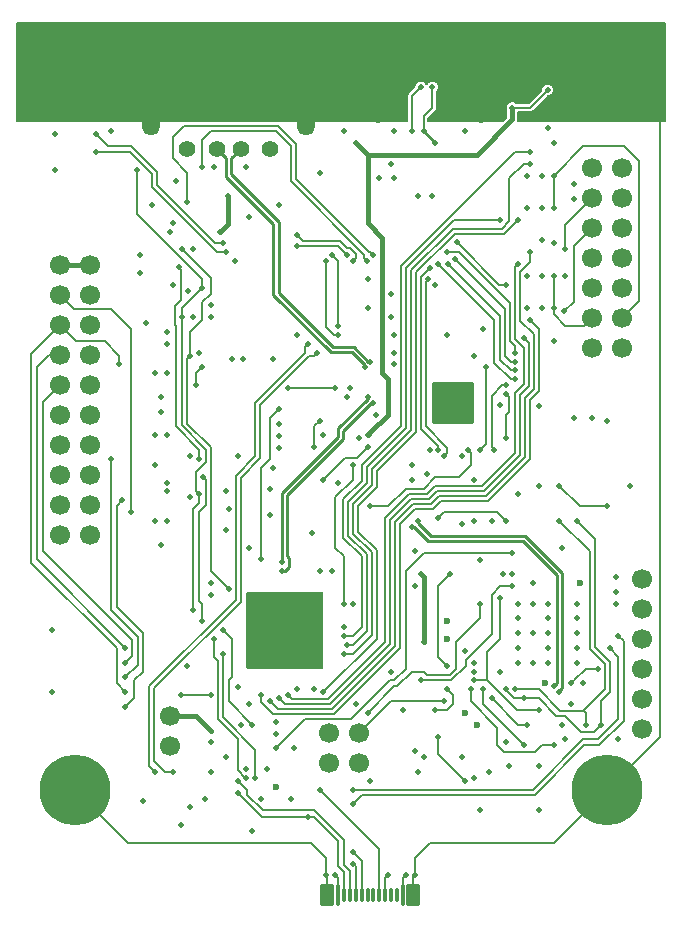
<source format=gbl>
%FSLAX46Y46*%
%MOMM*%
%ADD12C,0.200000*%
%ADD13C,0.232500*%
%ADD14C,0.400000*%
%AMPS22*
1,1,1.400000,0.000000,0.000000*
%
%ADD22PS22*%
%AMPS16*
1,1,1.700000,0.000000,0.000000*
%
%ADD16PS16*%
%AMPS31*
1,1,1.700000,0.000000,0.000000*
%
%ADD31PS31*%
%AMPS17*
1,1,1.700000,0.000000,0.000000*
%
%ADD17PS17*%
%AMPS30*
1,1,1.700000,0.000000,0.000000*
%
%ADD30PS30*%
%AMPS24*
1,1,1.400000,0.000000,0.000000*
%
%ADD24PS24*%
%AMPS20*
1,1,1.700000,0.000000,0.000000*
%
%ADD20PS20*%
%AMPS23*
1,1,1.400000,0.000000,0.000000*
%
%ADD23PS23*%
%AMPS19*
1,1,1.700000,0.000000,0.000000*
%
%ADD19PS19*%
%AMPS32*
1,1,1.700000,0.000000,0.000000*
%
%ADD32PS32*%
%AMPS18*
1,1,1.700000,0.000000,0.000000*
%
%ADD18PS18*%
%AMPS29*
1,1,1.700000,0.000000,0.000000*
%
%ADD29PS29*%
%AMPS15*
1,1,1.700000,0.000000,0.000000*
%
%ADD15PS15*%
%AMPS42*
1,1,0.600000,0.000000,0.000000*
%
%ADD42PS42*%
%AMPS49*
1,1,0.600000,0.000000,0.000000*
%
%ADD49PS49*%
%AMPS44*
1,1,0.600000,0.000000,0.000000*
%
%ADD44PS44*%
%AMPS46*
1,1,0.600000,0.000000,0.000000*
%
%ADD46PS46*%
%AMPS47*
1,1,0.600000,0.000000,0.000000*
%
%ADD47PS47*%
%AMPS48*
1,1,0.600000,0.000000,0.000000*
%
%ADD48PS48*%
%AMPS50*
1,1,0.600000,0.000000,0.000000*
%
%ADD50PS50*%
%AMPS43*
1,1,0.600000,0.000000,0.000000*
%
%ADD43PS43*%
%AMPS40*
1,1,0.600000,0.000000,0.000000*
%
%ADD40PS40*%
%AMPS45*
1,1,0.600000,0.000000,0.000000*
%
%ADD45PS45*%
%AMPS51*
1,1,0.600000,0.000000,0.000000*
%
%ADD51PS51*%
%AMPS33*
21,1,1.500000,1.100000,0.000000,0.000000,270.000000*
1,1,1.100000,0.000000,-0.750000*
1,1,1.100000,0.000000,0.750000*
%
%ADD33PS33*%
%AMPS34*
21,1,1.500000,1.100000,0.000000,0.000000,270.000000*
1,1,1.100000,0.000000,-0.750000*
1,1,1.100000,0.000000,0.750000*
%
%ADD34PS34*%
%AMPS36*
21,1,1.000000,1.100000,0.000000,0.000000,270.000000*
1,1,1.100000,0.000000,-0.500000*
1,1,1.100000,0.000000,0.500000*
%
%ADD36PS36*%
%AMPS35*
21,1,1.000000,1.100000,0.000000,0.000000,270.000000*
1,1,1.100000,0.000000,-0.500000*
1,1,1.100000,0.000000,0.500000*
%
%ADD35PS35*%
%AMPS21*
21,1,1.640000,1.500000,0.000000,0.000000,270.000000*
1,1,1.500000,0.000000,-0.820000*
1,1,1.500000,0.000000,0.820000*
%
%ADD21PS21*%
%AMPS25*
21,1,1.640000,1.500000,0.000000,0.000000,270.000000*
1,1,1.500000,0.000000,-0.820000*
1,1,1.500000,0.000000,0.820000*
%
%ADD25PS25*%
%AMPS39*
1,1,0.500000,0.000000,0.000000*
%
%ADD39PS39*%
%AMPS38*
1,1,0.500000,0.000000,0.000000*
%
%ADD38PS38*%
%AMPS37*
1,1,0.500000,0.000000,0.000000*
%
%ADD37PS37*%
%AMPS41*
1,1,0.500000,0.000000,0.000000*
%
%ADD41PS41*%
%AMPS26*
1,1,0.200000,0.050000,-0.525000*
1,1,0.200000,-0.050000,0.525000*
1,1,0.200000,0.050000,0.525000*
21,1,0.300000,1.050000,0.000000,0.000000,0.000000*
21,1,0.100000,1.250000,0.000000,0.000000,0.000000*
1,1,0.200000,-0.050000,-0.525000*
%
%ADD26PS26*%
%AMPS28*
1,1,0.200000,0.490000,-0.825000*
1,1,0.200000,-0.490000,0.825000*
1,1,0.200000,0.490000,0.825000*
21,1,1.180000,1.650000,0.000000,0.000000,0.000000*
21,1,0.980000,1.850000,0.000000,0.000000,0.000000*
1,1,0.200000,-0.490000,-0.825000*
%
%ADD28PS28*%
%AMPS27*
1,1,0.200000,0.050000,-0.825000*
1,1,0.200000,-0.050000,0.825000*
1,1,0.200000,0.050000,0.825000*
21,1,0.300000,1.650000,0.000000,0.000000,0.000000*
21,1,0.100000,1.850000,0.000000,0.000000,0.000000*
1,1,0.200000,-0.050000,-0.825000*
%
%ADD27PS27*%
%AMPS10*
1,1,6.000000,0.000000,0.000000*
%
%ADD10PS10*%
%AMPS11*
1,1,6.000000,0.000000,0.000000*
%
%ADD11PS11*%
G01*
%LPD*%
G36*
X-4100000Y20250000D02*
X-4060996Y20257920D01*
X-4028171Y20280425D01*
X-4006723Y20313952D01*
X-4000000Y20350000D01*
X-4000000Y26650000D01*
X-4007920Y26689004D01*
X-4030425Y26721829D01*
X-4063952Y26743277D01*
X-4100000Y26750000D01*
X-10400000Y26750000D01*
X-10439004Y26742080D01*
X-10471829Y26719575D01*
X-10493277Y26686048D01*
X-10500000Y26650000D01*
X-10500000Y20350000D01*
X-10492080Y20310996D01*
X-10469575Y20278171D01*
X-10436048Y20256723D01*
X-10400000Y20250000D01*
X-4100000Y20250000D01*
D02*
G37*
%LPD*%
G36*
X8650000Y41000000D02*
X8689004Y41007920D01*
X8721829Y41030425D01*
X8743277Y41063952D01*
X8750000Y41100000D01*
X8750000Y44400000D01*
X8742080Y44439004D01*
X8719575Y44471829D01*
X8686048Y44493277D01*
X8650000Y44500000D01*
X5350000Y44500000D01*
X5310996Y44492080D01*
X5278171Y44469575D01*
X5256723Y44436048D01*
X5250000Y44400000D01*
X5250000Y41100000D01*
X5257920Y41060996D01*
X5280425Y41028171D01*
X5313952Y41006723D01*
X5350000Y41000000D01*
X8650000Y41000000D01*
D02*
G37*
%LPD*%
G36*
X3095000Y66500000D02*
X3134004Y66507920D01*
X3166829Y66530425D01*
X3188277Y66563952D01*
X3195000Y66600000D01*
X3195000Y68747537D01*
X3196228Y68772534D01*
X3197426Y68784708D01*
X3207177Y68833730D01*
X3210014Y68843080D01*
X3229133Y68889236D01*
X3233737Y68897850D01*
X3261510Y68939414D01*
X3267826Y68947110D01*
X3285562Y68964980D01*
X3289233Y68970567D01*
X3766242Y69447576D01*
X3788221Y69480756D01*
X3795410Y69513379D01*
X3796330Y69532099D01*
X3798783Y69557011D01*
X3801663Y69576426D01*
X3806546Y69600977D01*
X3811310Y69619994D01*
X3818577Y69643948D01*
X3825192Y69662435D01*
X3834758Y69685527D01*
X3843153Y69703279D01*
X3854948Y69725347D01*
X3865036Y69742178D01*
X3878932Y69762974D01*
X3890629Y69778746D01*
X3906506Y69798090D01*
X3919676Y69812621D01*
X3937379Y69830324D01*
X3951910Y69843494D01*
X3971254Y69859371D01*
X3987026Y69871068D01*
X4007822Y69884964D01*
X4024653Y69895052D01*
X4046721Y69906847D01*
X4064473Y69915242D01*
X4087565Y69924808D01*
X4106052Y69931423D01*
X4130006Y69938690D01*
X4149023Y69943454D01*
X4173574Y69948337D01*
X4192989Y69951217D01*
X4217881Y69953668D01*
X4237498Y69954632D01*
X4262502Y69954632D01*
X4282119Y69953668D01*
X4307011Y69951217D01*
X4326426Y69948337D01*
X4350977Y69943454D01*
X4369994Y69938690D01*
X4393948Y69931423D01*
X4412435Y69924808D01*
X4435527Y69915242D01*
X4453279Y69906847D01*
X4475347Y69895052D01*
X4492178Y69884964D01*
X4512974Y69871068D01*
X4528746Y69859371D01*
X4548090Y69843494D01*
X4562621Y69830324D01*
X4580324Y69812621D01*
X4593494Y69798090D01*
X4609371Y69778746D01*
X4621068Y69762974D01*
X4634964Y69742178D01*
X4645052Y69725347D01*
X4656847Y69703279D01*
X4659600Y69697458D01*
X4683434Y69665585D01*
X4717813Y69645533D01*
X4757290Y69640477D01*
X4795612Y69651219D01*
X4826710Y69676058D01*
X4840400Y69697458D01*
X4843153Y69703279D01*
X4854948Y69725347D01*
X4865036Y69742178D01*
X4878932Y69762974D01*
X4890629Y69778746D01*
X4906506Y69798090D01*
X4919676Y69812621D01*
X4937379Y69830324D01*
X4951910Y69843494D01*
X4971254Y69859371D01*
X4987026Y69871068D01*
X5007822Y69884964D01*
X5024653Y69895052D01*
X5046721Y69906847D01*
X5064473Y69915242D01*
X5087565Y69924808D01*
X5106052Y69931423D01*
X5130006Y69938690D01*
X5149023Y69943454D01*
X5173574Y69948337D01*
X5192989Y69951217D01*
X5217881Y69953668D01*
X5237498Y69954632D01*
X5262502Y69954632D01*
X5282119Y69953668D01*
X5307011Y69951217D01*
X5326426Y69948337D01*
X5350977Y69943454D01*
X5369994Y69938690D01*
X5393948Y69931423D01*
X5412435Y69924808D01*
X5435527Y69915242D01*
X5453279Y69906847D01*
X5475347Y69895052D01*
X5492178Y69884964D01*
X5512974Y69871068D01*
X5528746Y69859371D01*
X5548090Y69843494D01*
X5562621Y69830324D01*
X5580324Y69812621D01*
X5593494Y69798090D01*
X5609371Y69778746D01*
X5621068Y69762974D01*
X5634964Y69742178D01*
X5645052Y69725347D01*
X5656847Y69703279D01*
X5665242Y69685527D01*
X5674808Y69662435D01*
X5681423Y69643948D01*
X5688690Y69619994D01*
X5693454Y69600977D01*
X5698337Y69576426D01*
X5701217Y69557011D01*
X5703668Y69532119D01*
X5704632Y69512502D01*
X5704632Y69487498D01*
X5703668Y69467881D01*
X5701217Y69442989D01*
X5698337Y69423574D01*
X5693454Y69399023D01*
X5688690Y69380006D01*
X5681423Y69356052D01*
X5674808Y69337565D01*
X5665242Y69314473D01*
X5656847Y69296721D01*
X5645052Y69274653D01*
X5634964Y69257822D01*
X5621068Y69237026D01*
X5609371Y69221254D01*
X5593494Y69201910D01*
X5580906Y69188021D01*
X5560580Y69153802D01*
X5555000Y69120864D01*
X5555000Y67752464D01*
X5553771Y67727443D01*
X5552573Y67715282D01*
X5542823Y67666274D01*
X5539985Y67656919D01*
X5520866Y67610763D01*
X5516262Y67602149D01*
X5488489Y67560585D01*
X5482173Y67552889D01*
X5464437Y67535019D01*
X5460766Y67529432D01*
X4834289Y66902955D01*
X4812310Y66869775D01*
X4805000Y66832244D01*
X4805000Y66600000D01*
X4812920Y66560996D01*
X4835425Y66528171D01*
X4868952Y66506723D01*
X4905000Y66500000D01*
X11135822Y66500000D01*
X11174826Y66507920D01*
X11206533Y66529289D01*
X11565711Y66888467D01*
X11587690Y66921647D01*
X11595000Y66959178D01*
X11595000Y67520361D01*
X11585614Y67562170D01*
X11585697Y67562205D01*
X11585498Y67562685D01*
X11585403Y67563109D01*
X11584754Y67564481D01*
X11575192Y67587565D01*
X11568577Y67606052D01*
X11561310Y67630006D01*
X11556546Y67649023D01*
X11551663Y67673574D01*
X11548783Y67692989D01*
X11546332Y67717881D01*
X11545368Y67737498D01*
X11545368Y67762502D01*
X11546332Y67782119D01*
X11548783Y67807011D01*
X11551663Y67826426D01*
X11556546Y67850977D01*
X11561310Y67869994D01*
X11568577Y67893948D01*
X11575192Y67912435D01*
X11584758Y67935527D01*
X11593153Y67953279D01*
X11604948Y67975347D01*
X11615036Y67992178D01*
X11628932Y68012974D01*
X11640629Y68028746D01*
X11656506Y68048090D01*
X11669676Y68062621D01*
X11687379Y68080324D01*
X11701910Y68093494D01*
X11721254Y68109371D01*
X11737026Y68121068D01*
X11757822Y68134964D01*
X11774653Y68145052D01*
X11796721Y68156847D01*
X11814473Y68165242D01*
X11837565Y68174808D01*
X11856052Y68181423D01*
X11880006Y68188690D01*
X11899023Y68193454D01*
X11923574Y68198337D01*
X11942989Y68201217D01*
X11967881Y68203668D01*
X11987498Y68204632D01*
X12012502Y68204632D01*
X12032119Y68203668D01*
X12057011Y68201217D01*
X12076426Y68198337D01*
X12100977Y68193454D01*
X12119994Y68188690D01*
X12143948Y68181423D01*
X12162435Y68174808D01*
X12185527Y68165242D01*
X12203279Y68156847D01*
X12225347Y68145052D01*
X12242178Y68134964D01*
X12262974Y68121068D01*
X12278746Y68109371D01*
X12298090Y68093494D01*
X12311979Y68080906D01*
X12346198Y68060580D01*
X12379136Y68055000D01*
X13332244Y68055000D01*
X13371248Y68062920D01*
X13402955Y68084289D01*
X14516242Y69197576D01*
X14538221Y69230756D01*
X14545410Y69263379D01*
X14546330Y69282099D01*
X14548783Y69307011D01*
X14551663Y69326426D01*
X14556546Y69350977D01*
X14561310Y69369994D01*
X14568577Y69393948D01*
X14575192Y69412435D01*
X14584758Y69435527D01*
X14593153Y69453279D01*
X14604948Y69475347D01*
X14615036Y69492178D01*
X14628932Y69512974D01*
X14640629Y69528746D01*
X14656506Y69548090D01*
X14669676Y69562621D01*
X14687379Y69580324D01*
X14701910Y69593494D01*
X14721254Y69609371D01*
X14737026Y69621068D01*
X14757822Y69634964D01*
X14774653Y69645052D01*
X14796721Y69656847D01*
X14814473Y69665242D01*
X14837565Y69674808D01*
X14856052Y69681423D01*
X14880006Y69688690D01*
X14899023Y69693454D01*
X14923574Y69698337D01*
X14942989Y69701217D01*
X14967881Y69703668D01*
X14987498Y69704632D01*
X15012502Y69704632D01*
X15032119Y69703668D01*
X15057011Y69701217D01*
X15076426Y69698337D01*
X15100977Y69693454D01*
X15119994Y69688690D01*
X15143948Y69681423D01*
X15162435Y69674808D01*
X15185527Y69665242D01*
X15203279Y69656847D01*
X15225347Y69645052D01*
X15242178Y69634964D01*
X15262974Y69621068D01*
X15278746Y69609371D01*
X15298090Y69593494D01*
X15312621Y69580324D01*
X15330324Y69562621D01*
X15343494Y69548090D01*
X15359371Y69528746D01*
X15371068Y69512974D01*
X15384964Y69492178D01*
X15395052Y69475347D01*
X15406847Y69453279D01*
X15415242Y69435527D01*
X15424808Y69412435D01*
X15431423Y69393948D01*
X15438690Y69369994D01*
X15443454Y69350977D01*
X15448337Y69326426D01*
X15451217Y69307011D01*
X15453668Y69282119D01*
X15454632Y69262502D01*
X15454632Y69237498D01*
X15453668Y69217881D01*
X15451217Y69192989D01*
X15448337Y69173574D01*
X15443454Y69149023D01*
X15438690Y69130006D01*
X15431423Y69106052D01*
X15424808Y69087565D01*
X15415242Y69064473D01*
X15406847Y69046721D01*
X15395052Y69024653D01*
X15384964Y69007822D01*
X15371068Y68987026D01*
X15359371Y68971254D01*
X15343494Y68951910D01*
X15330324Y68937379D01*
X15312621Y68919676D01*
X15298090Y68906506D01*
X15278746Y68890629D01*
X15262974Y68878932D01*
X15242178Y68865036D01*
X15225347Y68854948D01*
X15203279Y68843153D01*
X15185527Y68834758D01*
X15162435Y68825192D01*
X15143948Y68818577D01*
X15119994Y68811310D01*
X15100977Y68806546D01*
X15076426Y68801663D01*
X15057011Y68798783D01*
X15032099Y68796330D01*
X15013379Y68795410D01*
X14974811Y68785586D01*
X14947576Y68766242D01*
X13721022Y67539688D01*
X13714980Y67535562D01*
X13697110Y67517826D01*
X13689414Y67511510D01*
X13647850Y67483737D01*
X13639236Y67479133D01*
X13593080Y67460014D01*
X13583730Y67457177D01*
X13534708Y67447426D01*
X13522534Y67446228D01*
X13497537Y67445000D01*
X12505000Y67445000D01*
X12465996Y67437080D01*
X12433171Y67414575D01*
X12411723Y67381048D01*
X12405000Y67345000D01*
X12405000Y66752446D01*
X12403772Y66727465D01*
X12400652Y66695786D01*
X12390901Y66646762D01*
X12385522Y66629032D01*
X12381777Y66589409D01*
X12393784Y66551463D01*
X12419639Y66521206D01*
X12455249Y66503430D01*
X12481215Y66500000D01*
X24890000Y66500000D01*
X24929004Y66507920D01*
X24961829Y66530425D01*
X24983277Y66563952D01*
X24990000Y66600000D01*
X24990000Y74890000D01*
X24982080Y74929004D01*
X24959575Y74961829D01*
X24926048Y74983277D01*
X24890000Y74990000D01*
X-29890000Y74990000D01*
X-29929004Y74982080D01*
X-29961829Y74959575D01*
X-29983277Y74926048D01*
X-29990000Y74890000D01*
X-29990000Y66600000D01*
X-29982080Y66560996D01*
X-29959575Y66528171D01*
X-29926048Y66506723D01*
X-29890000Y66500000D01*
X3095000Y66500000D01*
D02*
G37*
G01*
%LPD*%
D12*
X-18250000Y11500000D02*
X-18750000Y12000000D01*
D12*
X-11424999Y26075001D02*
X-11424999Y36575001D01*
D12*
X-8500000Y17500000D02*
X-7824979Y16824979D01*
D12*
X-25094990Y50714990D02*
X-21964990Y50714990D01*
D12*
X6512653Y38487345D02*
X6262654Y38237346D01*
D12*
X3850031Y40296869D02*
X3850031Y53796869D01*
D12*
X-19750000Y58750000D02*
X-14250000Y53250000D01*
D12*
X-14500000Y26000000D02*
X-14500000Y33500000D01*
D13*
X-247488Y43247488D02*
X-247488Y43058336D01*
D12*
X-27220000Y46810000D02*
X-26270000Y46810000D01*
D12*
X-18074990Y62277046D02*
X-20297944Y64500000D01*
D12*
X-15250000Y46750000D02*
X-15500000Y46500000D01*
D12*
X9891850Y19250000D02*
X9891850Y21391850D01*
D12*
X-6250000Y57000000D02*
X-5675010Y56425010D01*
D12*
X-2174999Y38075001D02*
X-1174999Y38075001D01*
D12*
X-15987346Y40838400D02*
X-13924999Y38776053D01*
D12*
X-9250000Y37250000D02*
X-8500000Y38000000D01*
D12*
X-15000000Y33750000D02*
X-14500000Y34250000D01*
D12*
X-2249996Y2999996D02*
X-2249996Y1125000D01*
D12*
X-14250000Y51250000D02*
X-13500000Y52000000D01*
D12*
X5750000Y54500000D02*
X10500000Y49750000D01*
D12*
X13000000Y63000000D02*
X13500000Y63000000D01*
D12*
X9777087Y34824979D02*
X13100020Y38147912D01*
D12*
X-16750000Y65250000D02*
X-16750000Y63500000D01*
D12*
X-324992Y37323954D02*
X-324992Y35972900D01*
D12*
X21425010Y15823956D02*
X19351054Y13750000D01*
D12*
X4500000Y65750000D02*
X4500000Y67000000D01*
D12*
X-3750000Y2750000D02*
X-3750000Y4250000D01*
D12*
X-13500000Y52000000D02*
X-13500000Y53313174D01*
D12*
X-18324990Y18573956D02*
X-10999989Y25898957D01*
D12*
X2250000Y18750000D02*
X3500000Y20000000D01*
D12*
X10750000Y13750000D02*
X10750000Y15250000D01*
D14*
X-12100000Y60250000D02*
X-12100000Y57900000D01*
D12*
X21500000Y64500000D02*
X18000000Y64500000D01*
D12*
X4500000Y30000000D02*
X3000000Y28500000D01*
D14*
X1500000Y41750000D02*
X1500000Y44750000D01*
D12*
X13525030Y37971868D02*
X9953131Y34399969D01*
D12*
X-15250000Y46750000D02*
X-15250000Y48750000D01*
D12*
X2525030Y21971868D02*
X-3046869Y16399969D01*
D12*
X18924999Y14924999D02*
X17825001Y14924999D01*
D12*
X8101002Y21000000D02*
X10250000Y23148998D01*
D12*
X8101002Y20499948D02*
X8101002Y21000000D01*
D12*
X11146447Y44250000D02*
X10250001Y43353554D01*
D12*
X-14750000Y45250000D02*
X-14250000Y45750000D01*
D12*
X-16500000Y49250000D02*
X-16562347Y49312347D01*
D12*
X-8500000Y41500000D02*
X-7750000Y42250000D01*
D12*
X18075001Y16750000D02*
X18075001Y16674999D01*
D12*
X5277098Y33723936D02*
X3777098Y33723936D01*
D12*
X3425021Y40500000D02*
X3425021Y53972913D01*
D12*
X-4750000Y40750000D02*
X-4250000Y41250000D01*
D12*
X11749999Y43250001D02*
X11500000Y43500000D01*
D12*
X9953131Y34399969D02*
X5953131Y34399969D01*
D13*
X-3339575Y47033750D02*
X-8216250Y51910425D01*
D12*
X5953131Y34399969D02*
X5277098Y33723936D01*
D12*
X-26270000Y49350000D02*
X-28700009Y46919991D01*
D12*
X3000000Y28500000D02*
X3000000Y20250000D01*
D12*
X10500000Y46146447D02*
X11896447Y44750000D01*
D14*
X9000000Y63750000D02*
X-250000Y63750000D01*
D12*
X-15500000Y46500000D02*
X-15500000Y41000000D01*
D12*
X3000011Y40648957D02*
X-324992Y37323954D01*
D12*
X-21964990Y50714990D02*
X-20250000Y49000000D01*
D12*
X-4800527Y46699473D02*
X-4500000Y47000000D01*
D12*
X-3237346Y55262654D02*
X-2750000Y54775308D01*
D12*
X-13925001Y36250001D02*
X-14175000Y36500000D01*
D13*
X15783750Y28160426D02*
X15783750Y19033750D01*
D12*
X11399969Y50665594D02*
X7140563Y54925000D01*
D12*
X19500000Y17500000D02*
X19500000Y15500000D01*
D12*
X12675010Y43425010D02*
X12675010Y38323957D01*
D12*
X22750000Y63250000D02*
X21500000Y64500000D01*
D12*
X2000000Y19250000D02*
X3000000Y20250000D01*
D12*
X-14500000Y38750000D02*
X-16500000Y40750000D01*
D12*
X-1249996Y1125000D02*
X-1249996Y3499996D01*
D12*
X14500000Y13750000D02*
X13924999Y13174999D01*
D12*
X7250000Y20250000D02*
X7250000Y22500000D01*
D12*
X-3222913Y16824979D02*
X2100020Y22147912D01*
D12*
X18230000Y20230000D02*
X19230000Y20230000D01*
D13*
X247488Y42752512D02*
X58336Y42752512D01*
D13*
X-12216250Y61910426D02*
X-12216250Y63466250D01*
D12*
X3601054Y34148946D02*
X5101054Y34148946D01*
D12*
X6750000Y19750000D02*
X7250000Y20250000D01*
D12*
X-2750000Y3500000D02*
X-2249996Y2999996D01*
D12*
X1675010Y32823956D02*
X1675010Y22323956D01*
D12*
X-1474970Y34221868D02*
X100018Y35796856D01*
D13*
X-7466250Y29375000D02*
X-7500000Y29341250D01*
D14*
X4500000Y22500000D02*
X4500000Y28000000D01*
D12*
X18000000Y64500000D02*
X15500000Y62000000D01*
D12*
X7101054Y58250000D02*
X3000011Y54148957D01*
D13*
X58336Y42752512D02*
X-2283750Y40410426D01*
D12*
X18730000Y57540000D02*
X17250000Y56060000D01*
D13*
X3691664Y32252512D02*
X4910426Y31033750D01*
D12*
X-8000000Y13500000D02*
X-5525041Y15974959D01*
D12*
X-2000000Y55250000D02*
X-2750000Y56000000D01*
D12*
X9891850Y21641850D02*
X11000000Y22750000D01*
D12*
X-20000000Y19250000D02*
X-20000000Y17750000D01*
D12*
X12148998Y17750000D02*
X11485704Y18413294D01*
D13*
X-7250000Y28500000D02*
X-7500000Y28500000D01*
D12*
X-16562347Y49312347D02*
X-16562347Y50937653D01*
D12*
X7500000Y36500000D02*
X8512653Y37512653D01*
D12*
X2100020Y22147912D02*
X2100020Y32647912D01*
D12*
X8500000Y17500000D02*
X8500000Y18500000D01*
D12*
X16000000Y32750000D02*
X18574990Y30175010D01*
D12*
X13500000Y64000000D02*
X12250000Y64000000D01*
D12*
X-16562347Y50937653D02*
X-16000001Y51499999D01*
D12*
X13750000Y10000000D02*
X18000000Y14250000D01*
D12*
X-2750000Y54775308D02*
X-2750000Y49250000D01*
D12*
X12500000Y54500000D02*
X12249989Y54249989D01*
D14*
X-250000Y63750000D02*
X-1250000Y64750000D01*
D12*
X5601043Y35249989D02*
X4926044Y34574990D01*
D12*
X-512653Y55262653D02*
X-6750000Y61500000D01*
D12*
X-13924999Y34075001D02*
X-13924999Y36249999D01*
D12*
X12249989Y48149009D02*
X12974970Y47424028D01*
D12*
X-3046869Y16399969D02*
X-8250971Y16399969D01*
D12*
X1500004Y2749996D02*
X1500000Y2750000D01*
D12*
X6500000Y20500000D02*
X5750000Y21250000D01*
D12*
X-10999989Y36398957D02*
X-9324990Y38073956D01*
D12*
X11500000Y52750000D02*
X10914176Y52750000D01*
D12*
X-18074990Y61176044D02*
X-18074990Y62277046D01*
D12*
X3250000Y35000000D02*
X1250000Y33000000D01*
D12*
X6250056Y33500000D02*
X5750000Y32999944D01*
D12*
X-324992Y29926046D02*
X-324992Y23425008D01*
D12*
X-2750000Y5648946D02*
X-2750000Y3500000D01*
D12*
X5000000Y5500000D02*
X15500000Y5500000D01*
D12*
X-262654Y54737346D02*
X-512653Y54987345D01*
D12*
X19351054Y13750000D02*
X18101054Y13750000D01*
D12*
X-2749996Y1125000D02*
X-2749996Y2499996D01*
D12*
X12674999Y49723999D02*
X12674999Y53823997D01*
D12*
X-3750000Y4250000D02*
X-5000000Y5500000D01*
D12*
X-12000000Y19250000D02*
X-11750000Y19500000D01*
D12*
X1Y55499999D02*
X-148945Y55499999D01*
D12*
X-1899980Y31501034D02*
X-324992Y29926046D01*
D12*
X9891850Y19250000D02*
X8750000Y19250000D01*
D12*
X525028Y30278134D02*
X-1049960Y31853122D01*
D12*
X-5250000Y7675000D02*
X-9175000Y7675000D01*
D12*
X14250000Y43750000D02*
X13525030Y43025030D01*
D12*
X-6250000Y56000000D02*
X-2750000Y56000000D01*
D12*
X-13500000Y65750000D02*
X-14250000Y65000000D01*
D12*
X12250000Y43601054D02*
X12250000Y38500000D01*
D12*
X-1723999Y55825001D02*
X-1237347Y55338349D01*
D14*
X1000000Y56750000D02*
X-250000Y58000000D01*
D12*
X1250004Y2500004D02*
X1500000Y2750000D01*
D12*
X19825001Y18500000D02*
X18075001Y16750000D01*
D12*
X-23250000Y64000000D02*
X-20398998Y64000000D01*
D12*
X4750000Y19750000D02*
X6750000Y19750000D01*
D12*
X-21250000Y46750000D02*
X-21250000Y46000000D01*
D13*
X5089574Y31466250D02*
X3997488Y32558336D01*
D12*
X-15987346Y50762654D02*
X-15987346Y50012654D01*
D12*
X5750000Y38750000D02*
X5750000Y39103553D01*
D12*
X22750000Y51400000D02*
X22750000Y63250000D01*
D13*
X-2716250Y39839574D02*
X-7466250Y35089574D01*
D12*
X-22000000Y25250000D02*
X-22000000Y29500000D01*
D12*
X14250000Y17750000D02*
X13000000Y17750000D01*
D12*
X-9750000Y11000000D02*
X-9750000Y13398998D01*
D12*
X5500000Y36500000D02*
X7500000Y36500000D01*
D12*
X7000000Y18000000D02*
X6500000Y18500000D01*
D13*
X-8216250Y57910426D02*
X-12216250Y61910426D01*
D12*
X6250000Y17500000D02*
X1750000Y17500000D01*
D13*
X-2283750Y40410426D02*
X-2283750Y39660426D01*
D12*
X-19699989Y22949989D02*
X-22000000Y25250000D01*
D12*
X3000000Y35500000D02*
X4500000Y35500000D01*
D12*
X3640004Y2640004D02*
X3750000Y2750000D01*
D12*
X9424999Y35674999D02*
X5424999Y35674999D01*
D12*
X18250000Y15500000D02*
X18250000Y16500000D01*
D12*
X12249989Y54249989D02*
X12249989Y48149009D01*
D12*
X-28700009Y29200009D02*
X-21500000Y22000000D01*
D12*
X-14500000Y38000000D02*
X-14500000Y38750000D01*
D12*
X14250000Y16750000D02*
X12391850Y16750000D01*
D12*
X-12000000Y17500000D02*
X-12000000Y19250000D01*
D12*
X2100020Y32647912D02*
X3601054Y34148946D01*
D12*
X-21500000Y34000000D02*
X-21500000Y25500000D01*
D12*
X-15987346Y50762654D02*
X-14250000Y52500000D01*
D12*
X-7823956Y66175010D02*
X-15824990Y66175010D01*
D12*
X-10999989Y25898957D02*
X-10999989Y36398957D01*
D12*
X-17398998Y11500000D02*
X-18324990Y12425992D01*
D12*
X16075001Y16674999D02*
X18075001Y16674999D01*
D12*
X12500000Y15500000D02*
X10250000Y17750000D01*
D12*
X19825001Y20674999D02*
X19825001Y18500000D01*
D13*
X-7033750Y29750000D02*
X-6875000Y29591250D01*
D13*
X3502512Y32252512D02*
X3691664Y32252512D01*
D12*
X1648998Y19250000D02*
X2000000Y19250000D01*
D12*
X1250000Y22500000D02*
X-3575001Y17674999D01*
D12*
X-1049960Y34045824D02*
X525028Y35620812D01*
D12*
X4250000Y19250000D02*
X6851054Y19250000D01*
D12*
X-12249999Y27249999D02*
X-12000000Y27000000D01*
D12*
X-20149999Y22649999D02*
X-27750000Y30250000D01*
D12*
X17250000Y56060000D02*
X17250000Y51314704D01*
D14*
X0Y40250000D02*
X-250000Y40000000D01*
D12*
X-1500000Y10000000D02*
X13750000Y10000000D01*
D12*
X-18500000Y61000000D02*
X-13000000Y55500000D01*
D12*
X-4250000Y10000000D02*
X750004Y4999996D01*
D12*
X525028Y35620812D02*
X525028Y36971866D01*
D12*
X3425019Y40499998D02*
X3425021Y40500000D01*
D12*
X-3398957Y17249989D02*
X-7249989Y17249989D01*
D12*
X-21500000Y22000000D02*
X-21500000Y19000000D01*
D12*
X10914176Y52750000D02*
X7332088Y56332088D01*
D12*
X-1626043Y15974959D02*
X1648998Y19250000D01*
D13*
X-6875000Y28875000D02*
X-7250000Y28500000D01*
D12*
X525028Y22775028D02*
X525028Y30278134D01*
D12*
X-1899980Y34397912D02*
X-1899980Y31501034D01*
D12*
X-3000000Y30500000D02*
X-2250000Y29750000D01*
D12*
X3750000Y4250000D02*
X5000000Y5500000D01*
D12*
X6531587Y54531587D02*
X10974959Y50088215D01*
D12*
X-2250000Y29750000D02*
X-2250000Y25750000D01*
D12*
X-22250000Y64500000D02*
X-23250000Y65500000D01*
D12*
X-16000001Y54000001D02*
X-16250000Y54250000D01*
D12*
X-14250000Y24250000D02*
X-14250000Y25750000D01*
D12*
X10750000Y33500000D02*
X6250056Y33500000D01*
D12*
X-749996Y3999996D02*
X-749996Y1125000D01*
D12*
X-675010Y9574990D02*
X-1500000Y8750000D01*
D12*
X-7249989Y17249989D02*
X-7750000Y17750000D01*
D12*
X15500000Y62000000D02*
X15500000Y59250000D01*
D13*
X-11783750Y63466250D02*
X-11783750Y62089574D01*
D12*
X-5525041Y15974959D02*
X-1626043Y15974959D01*
D12*
X1675010Y22323956D02*
X-3398957Y17249989D01*
D12*
X-18750000Y12000000D02*
X-18750000Y18750000D01*
D12*
X-1174999Y38075001D02*
X-250000Y39000000D01*
D12*
X-6750000Y61500000D02*
X-6750000Y64500000D01*
D12*
X20000000Y10000000D02*
X24500000Y14500000D01*
D12*
X9750000Y39250000D02*
X9250000Y38750000D01*
D12*
X-6674999Y17674999D02*
X-7000000Y18000000D01*
D12*
X7128152Y57074990D02*
X11324990Y57074990D01*
D12*
X16500000Y57850000D02*
X16500000Y55750000D01*
D12*
X-1500000Y23000000D02*
X-2250000Y23000000D01*
D12*
X-11750000Y19500000D02*
X-11750000Y22750000D01*
D12*
X12000000Y67750000D02*
X13500000Y67750000D01*
D12*
X-7824979Y16824979D02*
X-3222913Y16824979D01*
D12*
X-324992Y35972900D02*
X-1899980Y34397912D01*
D12*
X17250000Y51314704D02*
X16425000Y50489704D01*
D14*
X4500000Y28000000D02*
X4250000Y28250000D01*
D12*
X11000000Y27250000D02*
X12000000Y27250000D01*
D12*
X17500000Y32750000D02*
X19000000Y31250000D01*
D12*
X4500000Y67000000D02*
X5250000Y67750000D01*
D12*
X13000000Y48250000D02*
X13399980Y47850020D01*
D12*
X7000000Y17250000D02*
X7000000Y18000000D01*
D12*
X5750000Y27250000D02*
X6250000Y27750000D01*
D12*
X-750000Y37500000D02*
X-750000Y36148946D01*
D12*
X100018Y37147910D02*
X3425019Y40472911D01*
D12*
X3500000Y20000000D02*
X4500000Y20000000D01*
D12*
X1250000Y33000000D02*
X1250000Y22500000D01*
D12*
X-14750000Y44250000D02*
X-14750000Y45250000D01*
D12*
X-11750000Y22750000D02*
X-12500000Y23500000D01*
D12*
X-1500000Y21500000D02*
X100018Y23100018D01*
D12*
X-19750000Y62500000D02*
X-19750000Y58750000D01*
D12*
X12250000Y18500000D02*
X14250000Y18500000D01*
D12*
X13100020Y38147912D02*
X13100020Y43201074D01*
D12*
X-1249996Y3499996D02*
X-1500000Y3750000D01*
D12*
X11824979Y47972965D02*
X11824979Y51175021D01*
D12*
X13250000Y15500000D02*
X12500000Y15500000D01*
D12*
X-3639996Y2639996D02*
X-3750000Y2750000D01*
D12*
X-20398998Y64000000D02*
X-18500000Y62101002D01*
D13*
X-2716250Y40589574D02*
X-2716250Y39839574D01*
D12*
X9891850Y21391850D02*
X9891850Y21641850D01*
D12*
X-13924999Y37723999D02*
X-14750000Y36898998D01*
D12*
X-20750000Y20750000D02*
X-20149999Y21350001D01*
D12*
X-16750000Y63500000D02*
X-15500000Y62250000D01*
D13*
X5500000Y64750000D02*
X4500000Y65750000D01*
D13*
X-6875000Y29591250D02*
X-6875000Y28875000D01*
D12*
X-12500000Y16148998D02*
X-12500000Y21500000D01*
D12*
X-14750000Y36898998D02*
X-14749999Y35249999D01*
D12*
X-4000000Y36250000D02*
X-2174999Y38075001D01*
D12*
X10250000Y23148998D02*
X10250000Y26500000D01*
D12*
X-16500000Y40750000D02*
X-16500000Y49250000D01*
D14*
X12000000Y67750000D02*
X12000000Y66750000D01*
D12*
X-4750000Y39000000D02*
X-4750000Y40750000D01*
D12*
X100018Y30102090D02*
X-1474970Y31677078D01*
D14*
X1000000Y45250000D02*
X1000000Y56750000D01*
D12*
X-19249980Y20000020D02*
X-20000000Y19250000D01*
D12*
X3426044Y34574990D02*
X1675010Y32823956D01*
D12*
X-21500000Y25500000D02*
X-19249980Y23249980D01*
D12*
X-3639996Y1125000D02*
X-3639996Y2639996D01*
D12*
X-20297944Y64500000D02*
X-22250000Y64500000D01*
D13*
X-8216250Y51910425D02*
X-8216250Y57910426D01*
D12*
X-9175000Y7675000D02*
X-11250000Y9750000D01*
D12*
X-1500000Y37500000D02*
X-1500000Y36250000D01*
D12*
X11824979Y51175021D02*
X7500000Y55500000D01*
D12*
X5424999Y35674999D02*
X4750000Y35000000D01*
D12*
X-2749996Y2499996D02*
X-3000000Y2750000D01*
D12*
X19000000Y22101054D02*
X20250011Y20851043D01*
D12*
X5500000Y16750000D02*
X6500000Y16750000D01*
D12*
X12675010Y38323957D02*
X9601043Y35249989D01*
D12*
X-9750000Y38250000D02*
X-9750000Y42750000D01*
D12*
X-750000Y36148946D02*
X-2324990Y34573956D01*
D13*
X-1410426Y47466250D02*
X-191664Y46247488D01*
D12*
X-3000000Y34750000D02*
X-3000000Y30500000D01*
D12*
X11324990Y57074990D02*
X12500000Y58250000D01*
D12*
X-9250000Y17398998D02*
X-9250000Y18000000D01*
D12*
X18000000Y14250000D02*
X19250000Y14250000D01*
D12*
X-749996Y3999996D02*
X-1500000Y4750000D01*
D13*
X-7783750Y52089573D02*
X-3160427Y47466250D01*
D12*
X-13499989Y38999989D02*
X-13499989Y28499989D01*
D12*
X-24920000Y48000000D02*
X-22500000Y48000000D01*
D12*
X-19699989Y20550011D02*
X-19699989Y22949989D01*
D12*
X7500000Y55500000D02*
X6500000Y55500000D01*
D13*
X-2283750Y39660426D02*
X-7033750Y34910426D01*
D12*
X18101054Y13750000D02*
X13926044Y9574990D01*
D12*
X-12925010Y20925010D02*
X-12925010Y15972954D01*
D12*
X-5675010Y56425010D02*
X-2573956Y56425010D01*
D14*
X-250000Y58000000D02*
X-250000Y63750000D01*
D12*
X2750004Y1125000D02*
X2750004Y2500004D01*
D12*
X12250000Y46250000D02*
X11896447Y46250000D01*
D12*
X-14250000Y49750000D02*
X-14250000Y51250000D01*
D12*
X6500000Y16750000D02*
X7000000Y17250000D01*
D12*
X24500000Y66750000D02*
X23250000Y66750000D01*
D13*
X-11000000Y64250000D02*
X-11783750Y63466250D01*
D12*
X3425021Y53972913D02*
X6952108Y57500000D01*
D12*
X13500000Y49750000D02*
X14250000Y49000000D01*
D12*
X18230000Y20230000D02*
X17249999Y19249999D01*
D12*
X20250011Y20851043D02*
X20250011Y18250011D01*
D12*
X-12500000Y56250000D02*
X-13148946Y56250000D01*
D12*
X13100020Y43201074D02*
X13824990Y43926044D01*
D12*
X-14250000Y53250000D02*
X-14250000Y52500000D01*
D12*
X16500009Y16249991D02*
X15750009Y16249991D01*
D13*
X16000000Y18353553D02*
X16216250Y18569803D01*
D12*
X3750000Y2750000D02*
X3750000Y4250000D01*
D12*
X5750000Y14500000D02*
X5750000Y13000000D01*
D12*
X-21500000Y19000000D02*
X-20750000Y18250000D01*
D13*
X16216250Y28339574D02*
X13089574Y31466250D01*
D12*
X-15000000Y25250000D02*
X-15000000Y33750000D01*
D12*
X-3575001Y17674999D02*
X-6674999Y17674999D01*
D12*
X-15500000Y41000000D02*
X-13499989Y38999989D01*
D12*
X-13924999Y38776053D02*
X-13924999Y37723999D01*
D12*
X5750000Y21250000D02*
X5750000Y27250000D01*
D12*
X13000000Y17750000D02*
X12148998Y17750000D01*
D12*
X-19249980Y23249980D02*
X-19249980Y20000020D01*
D12*
X-11250000Y14297944D02*
X-11250000Y11648998D01*
D12*
X2750004Y2500004D02*
X3000000Y2750000D01*
D12*
X11000000Y22750000D02*
X11000000Y26250000D01*
D12*
X-5250000Y7675000D02*
X-4776054Y7675000D01*
D12*
X-13250000Y22750000D02*
X-13250000Y21250000D01*
D12*
X3000011Y54148957D02*
X3000011Y40648957D01*
D12*
X3850031Y53796869D02*
X7128152Y57074990D01*
D12*
X-14749999Y35249999D02*
X-14500000Y35000000D01*
D12*
X-2324990Y31324990D02*
X-750000Y29750000D01*
D12*
X19500000Y15500000D02*
X18924999Y14924999D01*
D12*
X-22500000Y48000000D02*
X-21250000Y46750000D01*
D12*
X12250000Y47547944D02*
X11824979Y47972965D01*
D12*
X-13500000Y53313174D02*
X-15968413Y55781587D01*
D12*
X14250000Y18500000D02*
X16075001Y16674999D01*
D12*
X15500000Y5500000D02*
X20000000Y10000000D01*
D12*
X10500000Y49750000D02*
X10500000Y46146447D01*
D12*
X12974970Y47424028D02*
X12974970Y44326024D01*
D12*
X-20000000Y17750000D02*
X-20750000Y17000000D01*
D12*
X-14500000Y34250000D02*
X-14500000Y35000000D01*
D12*
X13926044Y9574990D02*
X-675010Y9574990D01*
D12*
X4898686Y53219177D02*
X4700051Y53020542D01*
D12*
X-1237347Y54987345D02*
X-1487346Y54737346D01*
D14*
X12000000Y66750000D02*
X9000000Y63750000D01*
D12*
X10974959Y46421488D02*
X11896447Y45500000D01*
D12*
X-8500000Y38000000D02*
X-8500000Y41500000D01*
D12*
X18574990Y21925010D02*
X19825001Y20674999D01*
D12*
X1500000Y34000000D02*
X3000000Y35500000D01*
D12*
X-5199473Y46699473D02*
X-4800527Y46699473D01*
D12*
X-26270000Y51890000D02*
X-25094990Y50714990D01*
D13*
X15783750Y19033750D02*
X15500000Y18750000D01*
D12*
X-13250000Y21250000D02*
X-12925010Y20925010D01*
D12*
X17750000Y34000000D02*
X16000000Y35750000D01*
D13*
X16000000Y18250000D02*
X16000000Y18353553D01*
D12*
X-20750000Y22000000D02*
X-28250000Y29500000D01*
D12*
X9500000Y17250000D02*
X9500000Y18500000D01*
D12*
X-5500000Y47000000D02*
X-5500000Y47500000D01*
D12*
X-2250000Y3636410D02*
X-2250000Y5750000D01*
D12*
X-11250000Y11648998D02*
X-10601002Y11000000D01*
D12*
X-10000000Y15500000D02*
X-12000000Y17500000D01*
D12*
X3777098Y33723936D02*
X2525030Y32471868D01*
D12*
X-14500000Y33500000D02*
X-13924999Y34075001D01*
D12*
X2575001Y40825001D02*
X-750000Y37500000D01*
D12*
X13924999Y13174999D02*
X11325001Y13174999D01*
D12*
X16501750Y49248250D02*
X15500000Y50250000D01*
D13*
X-497488Y45941664D02*
X-1589574Y47033750D01*
D12*
X-26270000Y44270000D02*
X-27750000Y42790000D01*
D12*
X-13924999Y36249999D02*
X-13925001Y36250001D01*
D12*
X11749999Y41949333D02*
X11749999Y43250001D01*
D12*
X-1237347Y55338349D02*
X-1237347Y54987345D01*
D12*
X13525030Y43025030D02*
X13525030Y37971868D01*
D12*
X4250000Y69500000D02*
X3500000Y68750000D01*
D12*
X-18324990Y12425992D02*
X-18324990Y18573956D01*
D13*
X-3160427Y47466250D02*
X-1410426Y47466250D01*
D12*
X21000000Y21250000D02*
X20250000Y22000000D01*
D12*
X-250000Y16500000D02*
X2000000Y18750000D01*
D13*
X-7500000Y29341250D02*
X-7500000Y29250000D01*
D12*
X-4000000Y18250000D02*
X525028Y22775028D01*
D12*
X-148945Y55499999D02*
X-6324990Y61676044D01*
D12*
X-1500000Y22250000D02*
X-2000000Y22250000D01*
D12*
X11399969Y46746478D02*
X11399969Y50665594D01*
D12*
X-28250000Y29500000D02*
X-28250000Y45780000D01*
D12*
X11500000Y32750000D02*
X10750000Y33500000D01*
D12*
X-6750000Y64500000D02*
X-8000000Y65750000D01*
D12*
X11896447Y45500000D02*
X12250000Y45500000D01*
D12*
X-8250971Y16399969D02*
X-9250000Y17398998D01*
D12*
X18058250Y49248250D02*
X16501750Y49248250D01*
D12*
X6250000Y27750000D02*
X6750000Y28250000D01*
D12*
X3500000Y68750000D02*
X3500000Y65750000D01*
D12*
X12250000Y64000000D02*
X2575001Y54325001D01*
D12*
X3640004Y1125000D02*
X3640004Y2640004D01*
D12*
X4750000Y35000000D02*
X3250000Y35000000D01*
D12*
X5101054Y34148946D02*
X5777087Y34824979D01*
D13*
X-11783750Y62089574D02*
X-7783750Y58089574D01*
D12*
X12974970Y44326024D02*
X12250000Y43601054D01*
D12*
X-1049960Y31853122D02*
X-1049960Y34045824D01*
D12*
X-26270000Y49350000D02*
X-24920000Y48000000D01*
D12*
X13824990Y48574008D02*
X12674999Y49723999D01*
D12*
X-20149999Y21350001D02*
X-20149999Y22649999D01*
D12*
X-9324990Y38073956D02*
X-9324990Y42573956D01*
D12*
X7250000Y22500000D02*
X9250000Y24500000D01*
D12*
X10250001Y43353554D02*
X10250001Y38999999D01*
D12*
X-28700009Y46919991D02*
X-28700009Y29200009D01*
D12*
X1250004Y1125000D02*
X1250004Y2500004D01*
D12*
X6512653Y38941954D02*
X6512653Y38487345D01*
D12*
X12674999Y53823997D02*
X13500000Y54648998D01*
D12*
X-15987346Y50012654D02*
X-15987346Y40838400D01*
D12*
X-6324990Y61676044D02*
X-6324990Y64676044D01*
D13*
X-7466250Y35089574D02*
X-7466250Y29375000D01*
D12*
X9750000Y45750000D02*
X9750000Y39250000D01*
D12*
X11896447Y44750000D02*
X12250000Y44750000D01*
D12*
X-15824990Y66175010D02*
X-16750000Y65250000D01*
D12*
X100018Y23100018D02*
X100018Y30102090D01*
D12*
X21270000Y49920000D02*
X22750000Y51400000D01*
D12*
X19250000Y14250000D02*
X21000000Y16000000D01*
D13*
X-12216250Y63466250D02*
X-13000000Y64250000D01*
D12*
X250000Y55250000D02*
X1Y55499999D01*
D12*
X-512653Y54987345D02*
X-512653Y55262653D01*
D12*
X11750000Y58148998D02*
X11750000Y61750000D01*
D12*
X12250000Y38500000D02*
X9424999Y35674999D01*
D12*
X12250000Y47000000D02*
X12250000Y47547944D01*
D12*
X5750000Y13000000D02*
X8000000Y10750000D01*
D12*
X-2573956Y56425010D02*
X-1973947Y55825001D01*
D12*
X4500000Y35500000D02*
X5500000Y36500000D01*
D12*
X-5000000Y5500000D02*
X-20500000Y5500000D01*
D12*
X-1973947Y55825001D02*
X-1723999Y55825001D01*
D12*
X12391850Y16750000D02*
X9891850Y19250000D01*
D12*
X11485704Y18413294D02*
X11485704Y18507148D01*
D13*
X-7033750Y34910426D02*
X-7033750Y29750000D01*
D12*
X10250001Y38999999D02*
X10500000Y38750000D01*
D12*
X-13499989Y28499989D02*
X-12249999Y27249999D01*
D12*
X10750000Y15250000D02*
X8500000Y17500000D01*
D12*
X13500000Y67750000D02*
X15000000Y69250000D01*
D12*
X-16000001Y51499999D02*
X-16000001Y54000001D01*
D12*
X10250000Y26500000D02*
X11000000Y27250000D01*
D12*
X20000000Y34000000D02*
X17750000Y34000000D01*
D12*
X9250000Y24500000D02*
X9250000Y25750000D01*
D12*
X-3750000Y49146447D02*
X-3103553Y48500000D01*
D13*
X12910426Y31033750D02*
X15783750Y28160426D01*
D12*
X-9750000Y13398998D02*
X-12500000Y16148998D01*
D12*
X6851054Y19250000D02*
X8101002Y20499948D01*
D12*
X21000000Y23000000D02*
X21425010Y22574990D01*
D12*
X15500000Y13750000D02*
X14500000Y13750000D01*
D12*
X17825001Y14924999D02*
X16500009Y16249991D01*
D12*
X8512653Y38512655D02*
X8262654Y38762654D01*
D12*
X-28250000Y45780000D02*
X-27220000Y46810000D01*
D12*
X24500000Y14500000D02*
X24500000Y66750000D01*
D12*
X18075001Y16674999D02*
X18250000Y16500000D01*
D12*
X3425021Y40500000D02*
X3425021Y40472913D01*
D12*
X-18500000Y62101002D02*
X-18500000Y61000000D01*
D12*
X6952108Y57500000D02*
X11101002Y57500000D01*
D12*
X18574990Y30175010D02*
X18574990Y21925010D01*
D12*
X9601043Y35249989D02*
X5601043Y35249989D01*
D12*
X13824990Y43926044D02*
X13824990Y48574008D01*
D12*
X-13148946Y56250000D02*
X-18074990Y61176044D01*
D13*
X4910426Y31033750D02*
X12910426Y31033750D01*
D12*
X18730000Y49920000D02*
X18058250Y49248250D01*
D12*
X-1474970Y31677078D02*
X-1474970Y34221868D01*
D12*
X10974959Y50088215D02*
X10974959Y46421488D01*
D12*
X-16750000Y11500000D02*
X-17398998Y11500000D01*
D12*
X4275041Y40578512D02*
X4275041Y53408705D01*
D13*
X-1589574Y47033750D02*
X-3339575Y47033750D01*
D13*
X16216250Y18569803D02*
X16216250Y28339574D01*
D12*
X11500000Y41699334D02*
X11749999Y41949333D01*
D12*
X-13500010Y18000000D02*
X-16000000Y18000000D01*
D12*
X4700051Y40754556D02*
X6512653Y38941954D01*
D14*
X-14770000Y16270000D02*
X-13500000Y15000000D01*
D12*
X4926044Y34574990D02*
X3426044Y34574990D01*
D12*
X-7000000Y44000000D02*
X-3000000Y44000000D01*
D12*
X-750000Y23750000D02*
X-1500000Y23000000D01*
D12*
X-2250000Y5750000D02*
X-4750000Y8250000D01*
D12*
X-20250000Y49000000D02*
X-20250000Y33500000D01*
D12*
X-2324990Y34573956D02*
X-2324990Y31324990D01*
D12*
X-20500000Y5500000D02*
X-25000000Y10000000D01*
D12*
X-9324990Y42573956D02*
X-5199473Y46699473D01*
D12*
X-14250000Y25750000D02*
X-14500000Y26000000D01*
D12*
X-9101002Y8250000D02*
X-10431795Y9580793D01*
D12*
X14250000Y49000000D02*
X14250000Y43750000D01*
D12*
X15500000Y50750000D02*
X15500000Y53500000D01*
D12*
X-15500000Y62250000D02*
X-15500000Y59750000D01*
D12*
X5750000Y39103553D02*
X4275041Y40578512D01*
D12*
X-22000000Y38000000D02*
X-22000000Y29500000D01*
D12*
X23250000Y66750000D02*
X20000000Y70000000D01*
D12*
X-21000000Y34500000D02*
X-21500000Y34000000D01*
D12*
X3425019Y40472911D02*
X3425019Y40499998D01*
D12*
X13399980Y47850020D02*
X13399980Y44149980D01*
D12*
X-10431795Y9931795D02*
X-11250000Y10750000D01*
D12*
X-12925010Y15972954D02*
X-11250000Y14297944D01*
D14*
X0Y40250000D02*
X1500000Y41750000D01*
D12*
X1750000Y17500000D02*
X-980000Y14770000D01*
D12*
X5777087Y34824979D02*
X9777087Y34824979D01*
D12*
X2000000Y18750000D02*
X2250000Y18750000D01*
D12*
X8512653Y37512653D02*
X8512653Y38512655D01*
D12*
X-3750000Y54750000D02*
X-3750000Y49146447D01*
D12*
X2575001Y54325001D02*
X2575001Y40825001D01*
D12*
X11000000Y58250000D02*
X7101054Y58250000D01*
D12*
X4700051Y53020542D02*
X4700051Y40754556D01*
D12*
X750004Y4999996D02*
X750004Y1125000D01*
D12*
X-20750000Y19500000D02*
X-19699989Y20550011D01*
D12*
X-1749996Y1125000D02*
X-1749996Y3136406D01*
D13*
X-7783750Y58089574D02*
X-7783750Y52089573D01*
D12*
X11500000Y44250000D02*
X11146447Y44250000D01*
D14*
X-17000000Y16270000D02*
X-14770000Y16270000D01*
D12*
X-18750000Y18750000D02*
X-11424999Y26075001D01*
D12*
X11325001Y13174999D02*
X10750000Y13750000D01*
D12*
X-1500000Y36250000D02*
X-3000000Y34750000D01*
D12*
X-74980Y34000000D02*
X1500000Y34000000D01*
D12*
X11101002Y57500000D02*
X11750000Y58148998D01*
D12*
X2525030Y32471868D02*
X2525030Y21971868D01*
D12*
X13500000Y54648998D02*
X13500000Y55500000D01*
D12*
X-5500000Y47500000D02*
X-5250000Y47750000D01*
D12*
X-1749996Y3136406D02*
X-2250000Y3636410D01*
D12*
X19230000Y20230000D02*
X19250000Y20250000D01*
D14*
X-12100000Y57900000D02*
X-12750000Y57250000D01*
D12*
X4500000Y30000000D02*
X12000000Y30000000D01*
D12*
X-9750000Y42750000D02*
X-5500000Y47000000D01*
D12*
X20250011Y18250011D02*
X19500000Y17500000D01*
D12*
X18730000Y60080000D02*
X16500000Y57850000D01*
D12*
X17249999Y19249999D02*
X17000000Y19000000D01*
D12*
X-2250000Y21500000D02*
X-1500000Y21500000D01*
D12*
X21425010Y22574990D02*
X21425010Y15823956D01*
D13*
X3997488Y32558336D02*
X3997488Y32747488D01*
D12*
X100018Y35796856D02*
X100018Y37147910D01*
D12*
X5250000Y67750000D02*
X5250000Y69500000D01*
D12*
X13000000Y13750000D02*
X9500000Y17250000D01*
D12*
X-15250000Y48750000D02*
X-14250000Y49750000D01*
D12*
X4275041Y53408705D02*
X5058168Y54191832D01*
D12*
X-4776054Y7675000D02*
X-2750000Y5648946D01*
D12*
X-14250000Y65000000D02*
X-14250000Y62750000D01*
D12*
X11750000Y61750000D02*
X13000000Y63000000D01*
D12*
X-2750000Y48500000D02*
X-3103553Y48500000D01*
D13*
X13089574Y31466250D02*
X5089574Y31466250D01*
D12*
X-11424999Y36575001D02*
X-9750000Y38250000D01*
D12*
X21000000Y16000000D02*
X21000000Y21250000D01*
D12*
X-13000000Y55500000D02*
X-12250000Y55500000D01*
D13*
X-191664Y46247488D02*
X-2512Y46247488D01*
D12*
X-9250000Y29500000D02*
X-9250000Y37250000D01*
D14*
X-26270000Y54430000D02*
X-23730000Y54430000D01*
D12*
X-10431795Y9580793D02*
X-10431795Y9931795D01*
D12*
X15500000Y50250000D02*
X15500000Y50750000D01*
D12*
X19000000Y31250000D02*
X19000000Y22101054D01*
D12*
X-10601002Y11000000D02*
X-10500000Y11000000D01*
D12*
X-750000Y29750000D02*
X-750000Y23750000D01*
D12*
X4500000Y20000000D02*
X4750000Y19750000D01*
D13*
X-497488Y45752512D02*
X-497488Y45941664D01*
D14*
X1500000Y44750000D02*
X1000000Y45250000D01*
D12*
X11500000Y39750000D02*
X11500000Y41699334D01*
D12*
X-27750000Y42790000D02*
X-27750000Y30250000D01*
D13*
X-247488Y43058336D02*
X-2716250Y40589574D01*
D12*
X13399980Y44149980D02*
X12675010Y43425010D01*
D12*
X-324992Y23425008D02*
X-1500000Y22250000D01*
D12*
X-6324990Y64676044D02*
X-7823956Y66175010D01*
D12*
X11896447Y46250000D02*
X11399969Y46746478D01*
D12*
X-4750000Y8250000D02*
X-9101002Y8250000D01*
D12*
X15750009Y16249991D02*
X14250000Y17750000D01*
D12*
X525028Y36971866D02*
X3850031Y40296869D01*
D12*
X-8000000Y65750000D02*
X-13500000Y65750000D01*
G75*
D10*
X-25000000Y70000000D03*
D11*
X-25000000Y10000000D03*
D11*
X20000000Y10000000D03*
D10*
X20000000Y70000000D03*
D15*
X-23730000Y51890000D03*
D16*
X-26270000Y46810000D03*
D17*
X-23730000Y34110000D03*
D15*
X-23730000Y44270000D03*
D15*
X-23730000Y31570000D03*
D18*
X-23730000Y41730000D03*
D19*
X-26270000Y34110000D03*
D17*
X-26270000Y54430000D03*
D18*
X-23730000Y54430000D03*
D16*
X-26270000Y49350000D03*
D16*
X-23730000Y39190000D03*
D20*
X-26270000Y44270000D03*
D16*
X-26270000Y31570000D03*
D18*
X-26270000Y39190000D03*
D19*
X-23730000Y46810000D03*
D15*
X-26270000Y41730000D03*
D18*
X-23730000Y36650000D03*
D18*
X-26270000Y36650000D03*
D15*
X-26270000Y51890000D03*
D17*
X-23730000Y49350000D03*
D19*
X21270000Y60080000D03*
D16*
X18730000Y55000000D03*
D15*
X21270000Y52460000D03*
D19*
X21270000Y49920000D03*
D19*
X18730000Y62620000D03*
D15*
X21270000Y62620000D03*
D19*
X18730000Y57540000D03*
D18*
X21270000Y47380000D03*
D18*
X18730000Y52460000D03*
D15*
X18730000Y47380000D03*
D16*
X21270000Y55000000D03*
D16*
X18730000Y49920000D03*
D18*
X18730000Y60080000D03*
D19*
X21270000Y57540000D03*
D18*
X-17000000Y16270000D03*
D15*
X-17000000Y13730000D03*
D21*
X-18570000Y66960000D03*
D22*
X-13000000Y64250000D03*
D23*
X-11000000Y64250000D03*
D23*
X-15500000Y64250000D03*
D24*
X-8500000Y64250000D03*
D25*
X-5430000Y66960000D03*
D26*
X-249996Y1125000D03*
D26*
X-1249996Y1125000D03*
D26*
X-1749996Y1125000D03*
D27*
X2750004Y1125000D03*
D27*
X-2749996Y1125000D03*
D28*
X3640004Y1125000D03*
D26*
X1750004Y1125000D03*
D26*
X750004Y1125000D03*
D26*
X-749996Y1125000D03*
D26*
X2250004Y1125000D03*
D26*
X1250004Y1125000D03*
D26*
X-2249996Y1125000D03*
D28*
X-3639996Y1125000D03*
D26*
X250004Y1125000D03*
D29*
X-3520000Y14770000D03*
D29*
X-980000Y12230000D03*
D30*
X-3520000Y12230000D03*
D29*
X-980000Y14770000D03*
D29*
X23000000Y22770000D03*
D31*
X23000000Y15150000D03*
D30*
X23000000Y17690000D03*
D32*
X23000000Y25310000D03*
D31*
X23000000Y20230000D03*
D32*
X23000000Y27850000D03*
D33*
X380000Y72860000D03*
D34*
X9640000Y72860000D03*
D35*
X9320000Y67500000D03*
D36*
X680000Y67500000D03*
D37*
X-17000000Y57250000D03*
D38*
X11500000Y43500000D03*
D38*
X-16000000Y7000000D03*
D39*
X-18250000Y32750000D03*
D37*
X3000000Y2750000D03*
D40*
X7000000Y42750000D03*
D38*
X-262654Y54737346D03*
D39*
X15500000Y56250000D03*
D41*
X-17250000Y35250000D03*
D38*
X-26750000Y65500000D03*
D39*
X-19250000Y9000000D03*
D38*
X12000000Y67750000D03*
D37*
X5750000Y38750000D03*
D38*
X14500000Y59250000D03*
D42*
X9000000Y15500000D03*
D38*
X-8000000Y14750000D03*
D37*
X-15500000Y59750000D03*
D37*
X4000000Y11500000D03*
D38*
X-18250000Y37500000D03*
D39*
X-27000000Y18250000D03*
D38*
X7750000Y38250000D03*
D41*
X5750000Y54500000D03*
D38*
X16425000Y50489704D03*
D39*
X-1000000Y39750000D03*
D43*
X-6375000Y20875000D03*
D37*
X15000000Y66000000D03*
D38*
X11500000Y14000000D03*
D38*
X6531587Y54531587D03*
D37*
X3750000Y13250000D03*
D39*
X8262654Y38762654D03*
D44*
X17750000Y27500000D03*
D41*
X13250000Y59250000D03*
D38*
X5750000Y32999944D03*
D37*
X14250000Y42500000D03*
D39*
X-2250000Y23000000D03*
D37*
X250000Y55250000D03*
D38*
X9250000Y38750000D03*
D37*
X-5250000Y47750000D03*
D38*
X-19500000Y53750000D03*
D38*
X16500000Y53500000D03*
D39*
X9500000Y49000000D03*
D38*
X9750000Y45750000D03*
D39*
X2000000Y47000000D03*
D41*
X14500000Y53500000D03*
D38*
X-1750000Y44000000D03*
D38*
X-12750000Y57250000D03*
D37*
X-8500000Y35500000D03*
D41*
X-12500000Y56250000D03*
D37*
X3502512Y32252512D03*
D40*
X8250000Y42750000D03*
D38*
X-10750000Y46500000D03*
D39*
X-20750000Y17000000D03*
D38*
X5500000Y64750000D03*
D37*
X-18250000Y11500000D03*
D38*
X20750000Y28000000D03*
D39*
X-12250000Y12750000D03*
D40*
X-6375000Y24375000D03*
D39*
X-12250000Y35250000D03*
D37*
X12500000Y24500000D03*
D39*
X-1250000Y64750000D03*
D39*
X6250000Y17500000D03*
D38*
X-14750000Y44250000D03*
D38*
X-13500000Y27500000D03*
D37*
X15500000Y62000000D03*
D39*
X-3000000Y44000000D03*
D38*
X19250000Y20250000D03*
D38*
X-17750000Y43250000D03*
D37*
X-7750000Y17750000D03*
D39*
X-19000000Y49500000D03*
D38*
X4750000Y36750000D03*
D37*
X750000Y61750000D03*
D42*
X6500000Y22750000D03*
D37*
X8750000Y11000000D03*
D40*
X-8125000Y20875000D03*
D38*
X11500000Y39750000D03*
D38*
X-4500000Y47000000D03*
D41*
X-7500000Y29250000D03*
D39*
X12250000Y47000000D03*
D37*
X-13500000Y51000000D03*
D38*
X-4250000Y41250000D03*
D38*
X5500000Y16750000D03*
D38*
X2750000Y16750000D03*
D37*
X2000000Y61750000D03*
D39*
X-15968413Y55781587D03*
D41*
X12250000Y46250000D03*
D37*
X-1500000Y4750000D03*
D37*
X17000000Y19000000D03*
D37*
X15500000Y48000000D03*
D38*
X-15500000Y20500000D03*
D38*
X-16750000Y58000000D03*
D37*
X10250000Y32750000D03*
D39*
X17250000Y61250000D03*
D39*
X10500000Y38750000D03*
D38*
X-497488Y45752512D03*
D38*
X11000000Y42550336D03*
D38*
X17500000Y24500000D03*
D39*
X2000000Y48500000D03*
D37*
X-17250000Y36000000D03*
D39*
X3500000Y37500000D03*
D38*
X9250000Y29425000D03*
D38*
X-1500000Y25750000D03*
D37*
X15500000Y13750000D03*
D37*
X10000000Y11500000D03*
D39*
X12000000Y28250000D03*
D38*
X-13500000Y15000000D03*
D38*
X-21000000Y34500000D03*
D39*
X-9250000Y29500000D03*
D39*
X-10500000Y11750000D03*
D37*
X-11218413Y18718413D03*
D39*
X-2750000Y49250000D03*
D37*
X-10250008Y58500008D03*
D37*
X10250000Y17750000D03*
D39*
X-17250000Y32750000D03*
D38*
X12500000Y20750000D03*
D37*
X-13500000Y14000000D03*
D38*
X8750000Y36250000D03*
D38*
X8750000Y20000000D03*
D38*
X20000000Y41250000D03*
D38*
X-7500000Y28500000D03*
D39*
X11500000Y32750000D03*
D45*
X-8125000Y26125000D03*
D39*
X4250000Y69500000D03*
D38*
X-4250000Y10000000D03*
D38*
X9250000Y25750000D03*
D39*
X13500000Y49750000D03*
D39*
X13000000Y13750000D03*
D37*
X-2250000Y21500000D03*
D37*
X4898686Y53219177D03*
D37*
X-4000000Y36250000D03*
D39*
X-14000000Y9250000D03*
D37*
X6500000Y20500000D03*
D37*
X15500000Y59250000D03*
D39*
X-17250000Y47750000D03*
D38*
X-12000000Y33750000D03*
D38*
X15500000Y53500000D03*
D37*
X12500000Y35000000D03*
D38*
X4250000Y19250000D03*
D39*
X14250000Y35750000D03*
D41*
X8750000Y19250000D03*
D38*
X12500000Y25750000D03*
D38*
X-2250000Y25750000D03*
D37*
X13500000Y63000000D03*
D37*
X15500000Y50750000D03*
D38*
X17500000Y23250000D03*
D37*
X-4250000Y28500000D03*
D43*
X-9875000Y24375000D03*
D38*
X-10500000Y11000000D03*
D37*
X-19500000Y55250000D03*
D37*
X-14250000Y62750000D03*
D37*
X-7709818Y40922320D03*
D40*
X-8125000Y24375000D03*
D37*
X6500000Y55500000D03*
D37*
X-13500000Y50000000D03*
D37*
X-2250000Y70750000D03*
D41*
X-13500010Y18000000D03*
D42*
X8000000Y16500000D03*
D37*
X-10500000Y62750000D03*
D39*
X15000000Y23250000D03*
D38*
X-11000000Y15500000D03*
D38*
X-7000000Y18000000D03*
D43*
X-4625000Y26125000D03*
D38*
X-2000000Y55250000D03*
D38*
X13000000Y48250000D03*
D37*
X9500000Y18500000D03*
D38*
X11250000Y28250000D03*
D38*
X5058168Y54191832D03*
D38*
X17500000Y22000000D03*
D37*
X-14500000Y38000000D03*
D38*
X-12100000Y60250000D03*
D37*
X-6500000Y13500000D03*
D37*
X-6250000Y48500000D03*
D39*
X3500000Y65750000D03*
D38*
X13250000Y15500000D03*
D39*
X-4000000Y40000000D03*
D39*
X-1487346Y54737346D03*
D38*
X16250000Y15500000D03*
D40*
X-4625000Y22625000D03*
D39*
X-1500000Y8750000D03*
D37*
X3500000Y36250000D03*
D37*
X3750000Y30250000D03*
D38*
X-7750000Y42250000D03*
D39*
X-4250000Y62250000D03*
D37*
X4500000Y12750000D03*
D38*
X17500000Y20750000D03*
D39*
X-3750000Y2750000D03*
D38*
X11000000Y26250000D03*
D43*
X7000000Y41500000D03*
D37*
X-11250000Y10750000D03*
D40*
X8250000Y41500000D03*
D40*
X-6375000Y22625000D03*
D39*
X-250000Y50750000D03*
D38*
X-2750000Y36000000D03*
D41*
X5250000Y60250000D03*
D38*
X7750000Y12750000D03*
D37*
X-14250000Y24250000D03*
D41*
X-15000000Y25250000D03*
D38*
X12500000Y58250000D03*
D39*
X13750000Y25750000D03*
D41*
X-11250000Y9750000D03*
D39*
X-17750000Y30750000D03*
D39*
X-8000000Y15750000D03*
D40*
X-6375000Y26125000D03*
D38*
X-2250000Y23750000D03*
D39*
X15000000Y69250000D03*
D37*
X-3250000Y28500000D03*
D41*
X2000000Y65750000D03*
D39*
X-4925000Y31750000D03*
D41*
X13250000Y50750000D03*
D39*
X11750000Y12000000D03*
D37*
X16500000Y55750000D03*
D37*
X-15000000Y55750000D03*
D38*
X12250000Y44750000D03*
D38*
X-8500000Y33250000D03*
D37*
X7140563Y54925000D03*
D39*
X13250000Y53500000D03*
D38*
X-13250000Y22750000D03*
D46*
X5750000Y44000000D03*
D38*
X500000Y41750000D03*
D40*
X5750000Y41500000D03*
D38*
X5750000Y14500000D03*
D39*
X-18500000Y59500000D03*
D38*
X11485704Y18507148D03*
D38*
X-8500000Y17500000D03*
D47*
X-4625000Y20875000D03*
D39*
X13750000Y23250000D03*
D47*
X-4625000Y24375000D03*
D37*
X6262654Y38237346D03*
D37*
X17000000Y17250000D03*
D38*
X15000000Y24500000D03*
D37*
X20250000Y22000000D03*
D37*
X16000000Y18250000D03*
D39*
X-13500000Y26500000D03*
D41*
X11500000Y44250000D03*
D41*
X15000000Y20750000D03*
D38*
X-16750000Y52750000D03*
D38*
X-12500000Y23500000D03*
D41*
X-3237346Y55262654D03*
D37*
X-20750000Y18250000D03*
D38*
X20000000Y34000000D03*
D37*
X-14175000Y36500000D03*
D41*
X-11250000Y38250000D03*
D37*
X0Y10750000D03*
D38*
X12500000Y54500000D03*
D37*
X-4750000Y18500000D03*
D39*
X15500000Y64750000D03*
D39*
X-15000000Y50000000D03*
D37*
X4500000Y65750000D03*
D46*
X-8125000Y22625000D03*
D37*
X-8250000Y37250000D03*
D38*
X13750000Y27500000D03*
D38*
X-11500000Y54750000D03*
D41*
X1750000Y20000000D03*
D41*
X-12250000Y32000000D03*
D38*
X-15250000Y38250000D03*
D38*
X4250000Y28250000D03*
D38*
X-19750000Y62500000D03*
D38*
X-16000000Y18000000D03*
D39*
X16000000Y32750000D03*
D38*
X-4000000Y18250000D03*
D38*
X-23250000Y64000000D03*
D38*
X18750000Y41500000D03*
D38*
X-250000Y53250000D03*
D48*
X6500000Y24250000D03*
D37*
X-13500000Y11500000D03*
D39*
X-26750000Y62500000D03*
D38*
X-20250000Y33500000D03*
D38*
X-14500000Y35000000D03*
D37*
X6500000Y18500000D03*
D38*
X7750000Y32500000D03*
D38*
X-17250000Y48750000D03*
D37*
X-16750000Y11500000D03*
D37*
X3750000Y27250000D03*
D38*
X-247488Y43247488D03*
D40*
X8250000Y44000000D03*
D38*
X6750000Y28250000D03*
D38*
X-7000000Y44000000D03*
D37*
X18250000Y15500000D03*
D37*
X-9250000Y18000000D03*
D37*
X8000000Y10750000D03*
D37*
X-1500000Y10000000D03*
D37*
X-7709818Y39922320D03*
D38*
X13750000Y20750000D03*
D37*
X1750000Y63000000D03*
D39*
X-6250000Y18500000D03*
D41*
X-10250000Y17250000D03*
D39*
X12500000Y23250000D03*
D38*
X13250000Y62000000D03*
D39*
X-2512Y46247488D03*
D37*
X-8000000Y13500000D03*
D43*
X-9875000Y22625000D03*
D39*
X-18250000Y40000000D03*
D39*
X12000000Y30000000D03*
D39*
X13500000Y55500000D03*
D37*
X20750000Y26750000D03*
D41*
X-4750000Y39000000D03*
D37*
X-23250000Y65500000D03*
D37*
X-9250000Y9250000D03*
D39*
X13000000Y17750000D03*
D39*
X-12250000Y55500000D03*
D41*
X8000000Y21750000D03*
D37*
X17250000Y60000000D03*
D38*
X-20750000Y19500000D03*
D41*
X5000000Y38750000D03*
D38*
X21000000Y14250000D03*
D37*
X3997488Y32747488D03*
D37*
X-1250000Y17250000D03*
D37*
X15000000Y25750000D03*
D38*
X-16250000Y54250000D03*
D39*
X18000000Y19000000D03*
D37*
X-17250000Y45250000D03*
D41*
X17500000Y32750000D03*
D38*
X-2000000Y22250000D03*
D37*
X11000000Y58250000D03*
D39*
X4500000Y22500000D03*
D39*
X16250000Y30425000D03*
D39*
X14250000Y8250000D03*
D37*
X-14250000Y45750000D03*
D39*
X-250000Y40000000D03*
D37*
X8750000Y20750000D03*
D37*
X-27000000Y23500000D03*
D39*
X-11750000Y46500000D03*
D39*
X-8250000Y46500000D03*
D37*
X-2000000Y43250000D03*
D38*
X14500000Y56500000D03*
D37*
X-7750000Y59500000D03*
D39*
X2000000Y46000000D03*
D39*
X-17750000Y42000000D03*
D38*
X12500000Y22000000D03*
D38*
X22000000Y35750000D03*
D49*
X-8000000Y10250000D03*
D38*
X-20750000Y22000000D03*
D41*
X-6250000Y56000000D03*
D37*
X247488Y42752512D03*
D39*
X-250000Y39000000D03*
D37*
X21000000Y23000000D03*
D38*
X-6750000Y9250000D03*
D37*
X6500000Y48500000D03*
D37*
X-2250000Y65750000D03*
D37*
X-2750000Y48500000D03*
D39*
X-12500000Y21500000D03*
D38*
X14250000Y16750000D03*
D39*
X-22000000Y65750000D03*
D37*
X5250000Y69500000D03*
D38*
X1750000Y52000000D03*
D38*
X7332088Y56332088D03*
D38*
X1500000Y2750000D03*
D41*
X-1500000Y37500000D03*
D39*
X17500000Y25750000D03*
D41*
X19500000Y15500000D03*
D45*
X-9875000Y20875000D03*
D38*
X-13250000Y62750000D03*
D37*
X-16500000Y61500000D03*
D39*
X-22000000Y38000000D03*
D37*
X-10000000Y6500000D03*
D37*
X8750000Y46750000D03*
D41*
X11000000Y20000000D03*
D39*
X-250000Y16500000D03*
D37*
X13500000Y64000000D03*
D38*
X14250000Y12000000D03*
D38*
X-15250000Y8500000D03*
D38*
X-7709818Y38922320D03*
D39*
X14500000Y50750000D03*
D41*
X15000000Y22000000D03*
D38*
X-15250000Y46750000D03*
D39*
X-3750000Y54750000D03*
D39*
X-1500000Y3750000D03*
D37*
X-14500000Y47000000D03*
D38*
X-15250000Y34750000D03*
D39*
X5500000Y52750000D03*
D37*
X12250000Y45500000D03*
D37*
X-8750000Y11750000D03*
D40*
X-9875000Y26125000D03*
D39*
X-14250000Y52500000D03*
D38*
X-5250000Y7675000D03*
D41*
X-12000000Y27000000D03*
D39*
X-74980Y34000000D03*
D39*
X17250000Y41500000D03*
D39*
X11500000Y52750000D03*
D39*
X-10000000Y15500000D03*
D37*
X-18250000Y45250000D03*
D41*
X16500000Y14250000D03*
D37*
X20750000Y25750000D03*
D38*
X8000000Y65750000D03*
D41*
X16000000Y35750000D03*
D41*
X-15425000Y52250000D03*
D37*
X-6250000Y57000000D03*
D37*
X-3000000Y2750000D03*
D38*
X15500000Y18750000D03*
D38*
X-17250000Y40000000D03*
D39*
X8750000Y32750000D03*
D37*
X9250000Y8250000D03*
D38*
X-15987346Y50012654D03*
D38*
X12250000Y18500000D03*
D38*
X1750000Y50000000D03*
D37*
X-21250000Y46000000D03*
D38*
X12000000Y27250000D03*
D37*
X-10250000Y30500000D03*
D39*
X8500000Y18500000D03*
D50*
X7000000Y44000000D03*
D43*
X5750000Y42750000D03*
D38*
X4000000Y60250000D03*
D38*
X3750000Y2750000D03*
D37*
X-20750000Y20750000D03*
D37*
X14500000Y62000000D03*
D38*
X-9750000Y11000000D03*
D51*
X14750000Y19000000D03*
M02*

</source>
